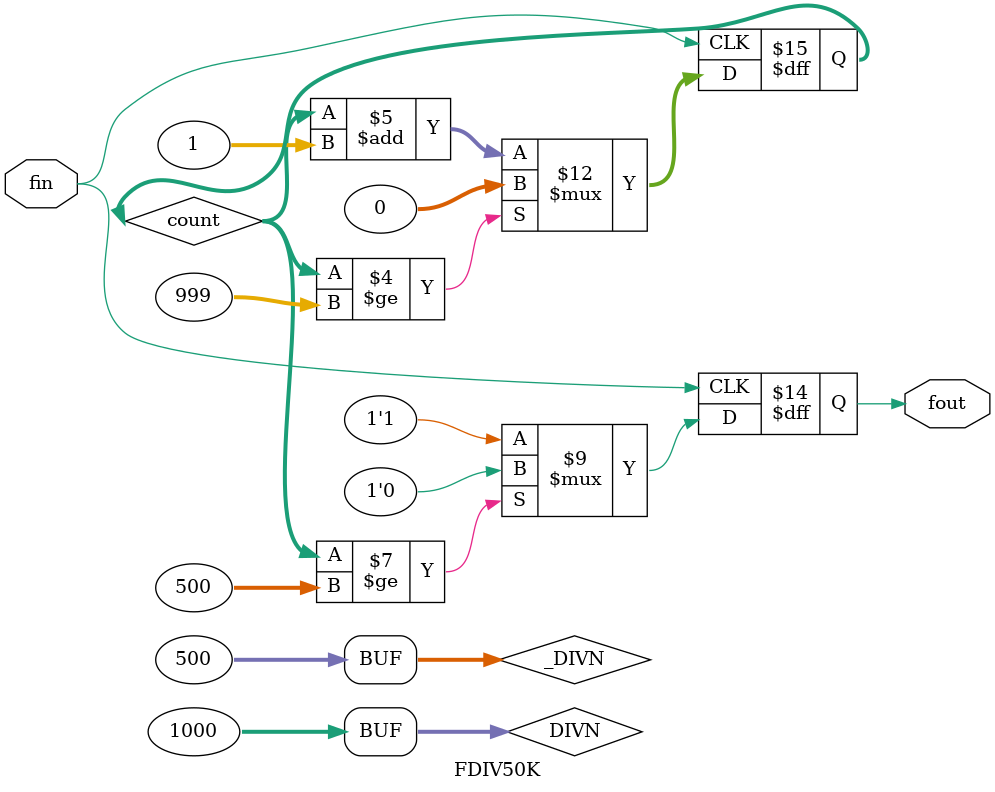
<source format=v>
module FDIV50K(fin,fout);
	input fin;
	output fout;
	wire [31:0] _DIVN,DIVN;
	reg [31:0] count;
	reg fout;
	
	assign DIVN=32'd1000;	
	assign _DIVN = DIVN >>1;
	
	always @(posedge fin)
		if(count>=DIVN-32'd1) 
			count=0;
		else
			count = count +32'd1;
	always @ (negedge fin)
         if(count>=_DIVN)
				fout=1'd0;
			else
				fout=1'd1;
endmodule 
</source>
